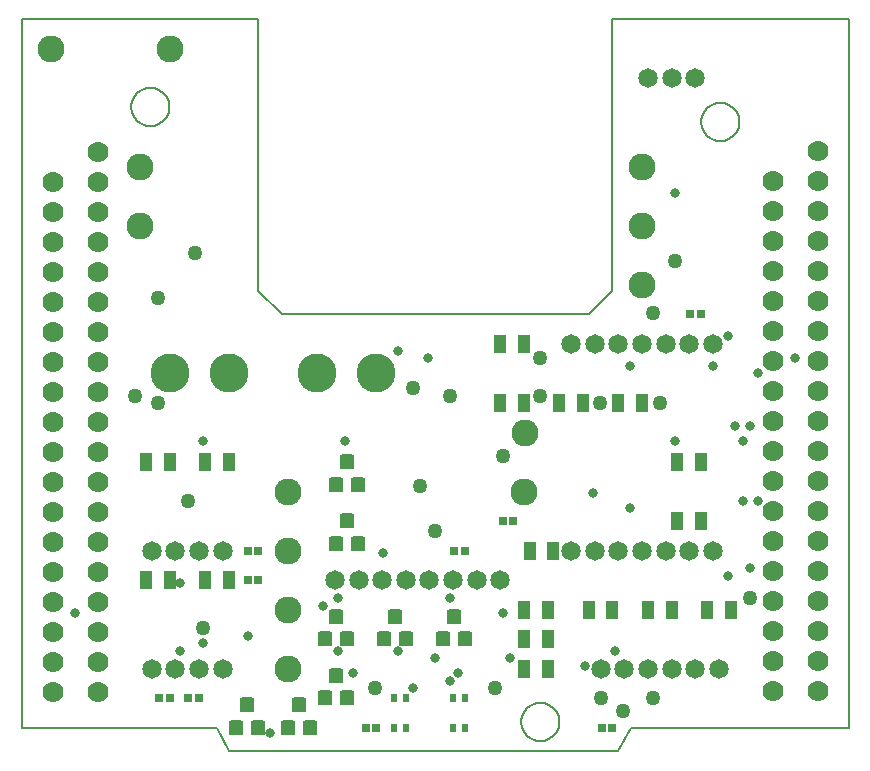
<source format=gbr>
G04 PROTEUS GERBER X2 FILE*
%TF.GenerationSoftware,Labcenter,Proteus,8.12-SP0-Build30713*%
%TF.CreationDate,2021-08-02T00:20:26+00:00*%
%TF.FileFunction,Soldermask,Bot*%
%TF.FilePolarity,Negative*%
%TF.Part,Single*%
%TF.SameCoordinates,{4cff7d1c-7656-49df-93de-6e2fb68f4e0e}*%
%FSLAX45Y45*%
%MOMM*%
G01*
%TA.AperFunction,Material*%
%ADD73C,1.270000*%
%ADD30C,0.812800*%
%TA.AperFunction,Material*%
%ADD32C,1.778000*%
%TA.AperFunction,Material*%
%ADD33C,3.302000*%
%TA.AperFunction,Material*%
%ADD36C,1.651000*%
%TA.AperFunction,Material*%
%ADD37C,2.286000*%
%AMPPAD034*
4,1,4,
0.469900,0.723900,
-0.469900,0.723900,
-0.469900,-0.723900,
0.469900,-0.723900,
0.469900,0.723900,
0*%
%TA.AperFunction,Material*%
%ADD40PPAD034*%
%AMPPAD035*
4,1,36,
-0.444500,-0.635000,
0.444500,-0.635000,
0.470470,-0.632470,
0.494480,-0.625200,
0.516080,-0.613650,
0.534790,-0.598290,
0.550150,-0.579570,
0.561700,-0.557980,
0.568970,-0.533970,
0.571500,-0.508000,
0.571500,0.508000,
0.568970,0.533970,
0.561700,0.557980,
0.550150,0.579570,
0.534790,0.598290,
0.516080,0.613650,
0.494480,0.625200,
0.470470,0.632470,
0.444500,0.635000,
-0.444500,0.635000,
-0.470470,0.632470,
-0.494480,0.625200,
-0.516080,0.613650,
-0.534790,0.598290,
-0.550150,0.579570,
-0.561700,0.557980,
-0.568970,0.533970,
-0.571500,0.508000,
-0.571500,-0.508000,
-0.568970,-0.533970,
-0.561700,-0.557980,
-0.550150,-0.579570,
-0.534790,-0.598290,
-0.516080,-0.613650,
-0.494480,-0.625200,
-0.470470,-0.632470,
-0.444500,-0.635000,
0*%
%TA.AperFunction,Material*%
%ADD41PPAD035*%
%AMPPAD036*
4,1,4,
0.304800,-0.304800,
0.304800,0.304800,
-0.304800,0.304800,
-0.304800,-0.304800,
0.304800,-0.304800,
0*%
%TA.AperFunction,Material*%
%ADD42PPAD036*%
%AMPPAD037*
4,1,4,
0.279400,0.304800,
-0.279400,0.304800,
-0.279400,-0.304800,
0.279400,-0.304800,
0.279400,0.304800,
0*%
%ADD43PPAD037*%
%TA.AperFunction,Profile*%
%ADD21C,0.203200*%
%TD.AperFunction*%
D73*
X+3627000Y+2809500D03*
X+1150500Y+3635000D03*
X+4008000Y+333000D03*
X+2992000Y+333000D03*
X+5341500Y+3508000D03*
X+960000Y+2809500D03*
X+3500000Y+1666500D03*
X+3373000Y+2047500D03*
X+3309500Y+2873000D03*
X+1150500Y+2746000D03*
D30*
X+5532000Y+2428500D03*
D73*
X+6167000Y+1095000D03*
X+5087500Y+142500D03*
X+4897000Y+2746000D03*
X+5405000Y+2746000D03*
X+4071500Y+2301500D03*
X+1468000Y+4016000D03*
X+1531500Y+841000D03*
X+4389000Y+3127000D03*
X+1404500Y+1920500D03*
X+4389000Y+2809500D03*
D30*
X+1341000Y+650500D03*
X+1531500Y+714000D03*
X+1912500Y+777500D03*
X+1341000Y+1222000D03*
X+3690500Y+460000D03*
X+3627000Y+396500D03*
X+3627000Y+1095000D03*
X+3309500Y+333000D03*
X+2674500Y+650500D03*
X+2674500Y+1095000D03*
X+5151000Y+3063500D03*
X+5849500Y+3063500D03*
X+5976500Y+3317500D03*
X+5532000Y+4524000D03*
X+6040000Y+2555500D03*
X+1531500Y+2428500D03*
X+2738000Y+2428500D03*
X+3055500Y+1476000D03*
X+6103500Y+2428500D03*
X+6167000Y+2555500D03*
X+4833500Y+1984000D03*
X+2801500Y+460000D03*
X+6548000Y+3127000D03*
X+4071500Y+968000D03*
X+4770000Y+523500D03*
X+5024000Y+650500D03*
X+4135000Y+587000D03*
X+5151000Y+1857000D03*
X+6167000Y+1349000D03*
X+6230500Y+3000000D03*
X+3182500Y+650500D03*
X+2547500Y+1031500D03*
X+3436500Y+3127000D03*
X+3500000Y+587000D03*
D73*
X+5532000Y+3952500D03*
D30*
X+452000Y+968000D03*
X+3182500Y+3190500D03*
X+6230500Y+1920500D03*
X+6103500Y+1920500D03*
X+5976500Y+1285500D03*
X+2103000Y-48000D03*
D73*
X+5341901Y+254324D03*
X+4903782Y+254324D03*
D32*
X+641000Y+4876000D03*
X+260000Y+4622000D03*
X+641000Y+4622000D03*
X+260000Y+4368000D03*
X+641000Y+4368000D03*
X+260000Y+4114000D03*
X+641000Y+4114000D03*
X+260000Y+3860000D03*
X+641000Y+3860000D03*
X+260000Y+3606000D03*
X+641000Y+3606000D03*
X+260000Y+3352000D03*
X+641000Y+3352000D03*
X+260000Y+3098000D03*
X+641000Y+3098000D03*
X+260000Y+2844000D03*
X+641000Y+2844000D03*
X+260000Y+2590000D03*
X+641000Y+2590000D03*
X+260000Y+2336000D03*
X+641000Y+2336000D03*
X+260000Y+2082000D03*
X+641000Y+2082000D03*
X+260000Y+1828000D03*
X+641000Y+1828000D03*
X+260000Y+1574000D03*
X+641000Y+1574000D03*
X+260000Y+1320000D03*
X+641000Y+1320000D03*
X+260000Y+1066000D03*
X+641000Y+1066000D03*
X+260000Y+812000D03*
X+641000Y+812000D03*
X+260000Y+558000D03*
X+641000Y+558000D03*
X+260000Y+304000D03*
X+641000Y+304000D03*
X+6737000Y+4880000D03*
X+6356000Y+4626000D03*
X+6737000Y+4626000D03*
X+6356000Y+4372000D03*
X+6737000Y+4372000D03*
X+6356000Y+4118000D03*
X+6737000Y+4118000D03*
X+6356000Y+3864000D03*
X+6737000Y+3864000D03*
X+6356000Y+3610000D03*
X+6737000Y+3610000D03*
X+6356000Y+3356000D03*
X+6737000Y+3356000D03*
X+6356000Y+3102000D03*
X+6737000Y+3102000D03*
X+6356000Y+2848000D03*
X+6737000Y+2848000D03*
X+6356000Y+2594000D03*
X+6737000Y+2594000D03*
X+6356000Y+2340000D03*
X+6737000Y+2340000D03*
X+6356000Y+2086000D03*
X+6737000Y+2086000D03*
X+6356000Y+1832000D03*
X+6737000Y+1832000D03*
X+6356000Y+1578000D03*
X+6737000Y+1578000D03*
X+6356000Y+1324000D03*
X+6737000Y+1324000D03*
X+6356000Y+1070000D03*
X+6737000Y+1070000D03*
X+6356000Y+816000D03*
X+6737000Y+816000D03*
X+6356000Y+562000D03*
X+6737000Y+562000D03*
X+6356000Y+308000D03*
X+6737000Y+308000D03*
D33*
X+1250000Y+3000000D03*
X+1750380Y+3000000D03*
X+2500000Y+3000000D03*
X+3000380Y+3000000D03*
D36*
X+5900000Y+500000D03*
X+5700000Y+500000D03*
X+5500000Y+500000D03*
X+5300000Y+500000D03*
X+5100000Y+500000D03*
X+4900000Y+500000D03*
X+5850000Y+1500000D03*
X+5650000Y+1500000D03*
X+5450000Y+1500000D03*
X+5250000Y+1500000D03*
X+5050000Y+1500000D03*
X+4850000Y+1500000D03*
X+4650000Y+1500000D03*
X+5850000Y+3250000D03*
X+5650000Y+3250000D03*
X+5450000Y+3250000D03*
X+5250000Y+3250000D03*
X+5050000Y+3250000D03*
X+4850000Y+3250000D03*
X+4650000Y+3250000D03*
X+1700000Y+1500000D03*
X+1500000Y+1500000D03*
X+1300000Y+1500000D03*
X+1100000Y+1500000D03*
X+1700000Y+500000D03*
X+1500000Y+500000D03*
X+1300000Y+500000D03*
X+1100000Y+500000D03*
X+4050000Y+1250000D03*
X+3850000Y+1250000D03*
X+3650000Y+1250000D03*
X+3450000Y+1250000D03*
X+3250000Y+1250000D03*
X+3050000Y+1250000D03*
X+2850000Y+1250000D03*
X+2650000Y+1250000D03*
X+5700000Y+5500000D03*
X+5500000Y+5500000D03*
X+5300000Y+5500000D03*
D37*
X+250000Y+5750000D03*
X+1250000Y+5750000D03*
X+1000000Y+4750000D03*
X+1000000Y+4250000D03*
X+2250000Y+2000000D03*
X+2250000Y+1500000D03*
X+2250000Y+1000000D03*
X+2250000Y+500000D03*
X+4262000Y+2500000D03*
X+4250000Y+2000000D03*
D40*
X+4450000Y+1000000D03*
X+4250000Y+1000000D03*
X+4450000Y+750000D03*
X+4250000Y+750000D03*
X+4450000Y+500000D03*
X+4250000Y+500000D03*
X+4750000Y+2750000D03*
X+4550000Y+2750000D03*
X+5250000Y+2750000D03*
X+5050000Y+2750000D03*
X+4250000Y+3250000D03*
X+4050000Y+3250000D03*
X+4250000Y+2750000D03*
X+4050000Y+2750000D03*
X+1250000Y+2250000D03*
X+1050000Y+2250000D03*
X+1750000Y+2250000D03*
X+1550000Y+2250000D03*
X+1250000Y+1250000D03*
X+1050000Y+1250000D03*
X+1750000Y+1250000D03*
X+1550000Y+1250000D03*
D41*
X+2750000Y+2250000D03*
X+2843980Y+2059500D03*
X+2656020Y+2059500D03*
X+2750000Y+1750000D03*
X+2843980Y+1559500D03*
X+2656020Y+1559500D03*
X+1906020Y+190500D03*
X+2000000Y+0D03*
X+1812040Y+0D03*
X+2343980Y+190500D03*
X+2437960Y+0D03*
X+2250000Y+0D03*
D42*
X+5000000Y+0D03*
X+4910000Y+0D03*
X+2000000Y+1500000D03*
X+1910000Y+1500000D03*
X+2000000Y+1250000D03*
X+1910000Y+1250000D03*
X+1500000Y+250000D03*
X+1410000Y+250000D03*
X+1250000Y+250000D03*
X+1160000Y+250000D03*
D40*
X+5750000Y+2250000D03*
X+5550000Y+2250000D03*
X+5750000Y+1750000D03*
X+5550000Y+1750000D03*
X+5000000Y+1000000D03*
X+4800000Y+1000000D03*
X+5500000Y+1000000D03*
X+5300000Y+1000000D03*
X+6000000Y+1000000D03*
X+5800000Y+1000000D03*
D42*
X+4160000Y+1750000D03*
X+4070000Y+1750000D03*
X+5750000Y+3500000D03*
X+5660000Y+3500000D03*
D41*
X+2656020Y+940500D03*
X+2750000Y+750000D03*
X+2562040Y+750000D03*
X+3156020Y+940500D03*
X+3250000Y+750000D03*
X+3062040Y+750000D03*
X+3656020Y+940500D03*
X+3750000Y+750000D03*
X+3562040Y+750000D03*
X+2656020Y+440500D03*
X+2750000Y+250000D03*
X+2562040Y+250000D03*
D40*
X+4500000Y+1500000D03*
X+4300000Y+1500000D03*
D43*
X+3250000Y+250000D03*
X+3150000Y+250000D03*
X+3750000Y+250000D03*
X+3650000Y+250000D03*
X+3250000Y+0D03*
X+3150000Y+0D03*
X+3750000Y+0D03*
X+3650000Y+0D03*
D42*
X+3000000Y+0D03*
X+2910000Y+0D03*
D37*
X+5250000Y+4750000D03*
X+5250000Y+4250000D03*
X+5250000Y+3750000D03*
D42*
X+3750000Y+1500000D03*
X+3660000Y+1500000D03*
D21*
X+0Y+0D02*
X+1650000Y+0D01*
X+7000000Y+0D02*
X+7000000Y+6000000D01*
X+5000000Y+6000000D01*
X+5000000Y+3700000D01*
X+4800000Y+3500000D01*
X+2200000Y+3500000D01*
X+2000000Y+3700000D02*
X+2000000Y+6000000D01*
X+0Y+6000000D01*
X+0Y+0D01*
X+2000000Y+3700000D02*
X+2200000Y+3500000D01*
X+5160000Y+0D02*
X+7000000Y+0D01*
X+1750000Y-200000D02*
X+5050000Y-200000D01*
X+1650000Y+0D02*
X+1750000Y-200000D01*
X+5160000Y+0D02*
X+5050000Y-200000D01*
X+4550045Y+50000D02*
X+4549508Y+63142D01*
X+4545144Y+89427D01*
X+4536029Y+115712D01*
X+4521182Y+141997D01*
X+4498470Y+168118D01*
X+4472185Y+187898D01*
X+4445900Y+200658D01*
X+4419615Y+208108D01*
X+4393330Y+210987D01*
X+4389000Y+211045D01*
X+4227955Y+50000D02*
X+4228492Y+63142D01*
X+4232856Y+89427D01*
X+4241971Y+115712D01*
X+4256818Y+141997D01*
X+4279530Y+168118D01*
X+4305815Y+187898D01*
X+4332100Y+200658D01*
X+4358385Y+208108D01*
X+4384670Y+210987D01*
X+4389000Y+211045D01*
X+4227955Y+50000D02*
X+4228492Y+36858D01*
X+4232856Y+10573D01*
X+4241971Y-15712D01*
X+4256818Y-41997D01*
X+4279530Y-68118D01*
X+4305815Y-87898D01*
X+4332100Y-100658D01*
X+4358385Y-108108D01*
X+4384670Y-110987D01*
X+4389000Y-111045D01*
X+4550045Y+50000D02*
X+4549508Y+36858D01*
X+4545144Y+10573D01*
X+4536029Y-15712D01*
X+4521182Y-41997D01*
X+4498470Y-68118D01*
X+4472185Y-87898D01*
X+4445900Y-100658D01*
X+4419615Y-108108D01*
X+4393330Y-110987D01*
X+4389000Y-111045D01*
X+6074045Y+5130000D02*
X+6073508Y+5143142D01*
X+6069144Y+5169427D01*
X+6060029Y+5195712D01*
X+6045182Y+5221997D01*
X+6022470Y+5248118D01*
X+5996185Y+5267898D01*
X+5969900Y+5280658D01*
X+5943615Y+5288108D01*
X+5917330Y+5290987D01*
X+5913000Y+5291045D01*
X+5751955Y+5130000D02*
X+5752492Y+5143142D01*
X+5756856Y+5169427D01*
X+5765971Y+5195712D01*
X+5780818Y+5221997D01*
X+5803530Y+5248118D01*
X+5829815Y+5267898D01*
X+5856100Y+5280658D01*
X+5882385Y+5288108D01*
X+5908670Y+5290987D01*
X+5913000Y+5291045D01*
X+5751955Y+5130000D02*
X+5752492Y+5116858D01*
X+5756856Y+5090573D01*
X+5765971Y+5064288D01*
X+5780818Y+5038003D01*
X+5803530Y+5011882D01*
X+5829815Y+4992102D01*
X+5856100Y+4979342D01*
X+5882385Y+4971892D01*
X+5908670Y+4969013D01*
X+5913000Y+4968955D01*
X+6074045Y+5130000D02*
X+6073508Y+5116858D01*
X+6069144Y+5090573D01*
X+6060029Y+5064288D01*
X+6045182Y+5038003D01*
X+6022470Y+5011882D01*
X+5996185Y+4992102D01*
X+5969900Y+4979342D01*
X+5943615Y+4971892D01*
X+5917330Y+4969013D01*
X+5913000Y+4968955D01*
X+1248045Y+5257000D02*
X+1247508Y+5270142D01*
X+1243144Y+5296427D01*
X+1234029Y+5322712D01*
X+1219182Y+5348997D01*
X+1196470Y+5375118D01*
X+1170185Y+5394898D01*
X+1143900Y+5407658D01*
X+1117615Y+5415108D01*
X+1091330Y+5417987D01*
X+1087000Y+5418045D01*
X+925955Y+5257000D02*
X+926492Y+5270142D01*
X+930856Y+5296427D01*
X+939971Y+5322712D01*
X+954818Y+5348997D01*
X+977530Y+5375118D01*
X+1003815Y+5394898D01*
X+1030100Y+5407658D01*
X+1056385Y+5415108D01*
X+1082670Y+5417987D01*
X+1087000Y+5418045D01*
X+925955Y+5257000D02*
X+926492Y+5243858D01*
X+930856Y+5217573D01*
X+939971Y+5191288D01*
X+954818Y+5165003D01*
X+977530Y+5138882D01*
X+1003815Y+5119102D01*
X+1030100Y+5106342D01*
X+1056385Y+5098892D01*
X+1082670Y+5096013D01*
X+1087000Y+5095955D01*
X+1248045Y+5257000D02*
X+1247508Y+5243858D01*
X+1243144Y+5217573D01*
X+1234029Y+5191288D01*
X+1219182Y+5165003D01*
X+1196470Y+5138882D01*
X+1170185Y+5119102D01*
X+1143900Y+5106342D01*
X+1117615Y+5098892D01*
X+1091330Y+5096013D01*
X+1087000Y+5095955D01*
M02*

</source>
